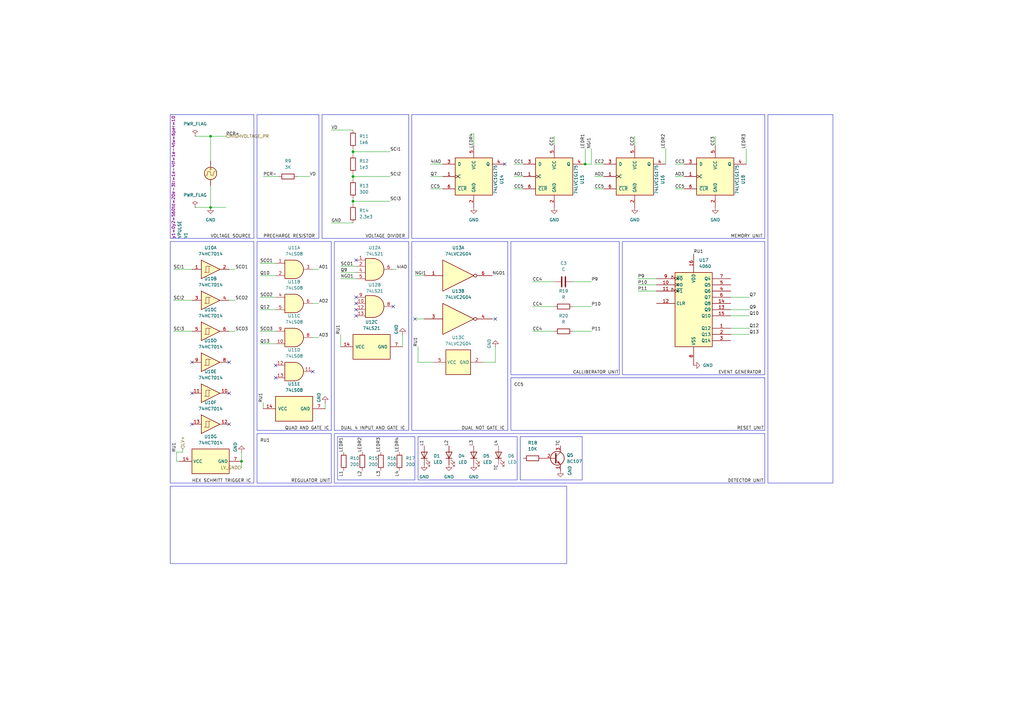
<source format=kicad_sch>
(kicad_sch (version 20231120) (generator "eeschema") (generator_version "8.0")
  (paper "A3")
  (lib_symbols
    (symbol "4xxx_IEEE:4060"
      (property "Reference" "U" (at 6.35 16.51 0))
      (property "Value" "4060" (at 6.35 -16.51 0))
      (symbol "4060_1_0"
        (pin output line (at 15.24 -7.62 180) (length 7.62) (name "Q12") (number "1"))
        (pin input clock (at -15.24 10.16 0) (length 7.62) (name "Φ0") (number "10"))
        (pin input clock_low (at -15.24 7.62 0) (length 7.62) (name "~{Φ1}") (number "11"))
        (pin input line (at -15.24 2.54 0) (length 7.62) (name "CLR") (number "12"))
        (pin output line (at 15.24 0 180) (length 7.62) (name "Q9") (number "13"))
        (pin output line (at 15.24 2.54 180) (length 7.62) (name "Q8") (number "14"))
        (pin output line (at 15.24 -2.54 180) (length 7.62) (name "Q10") (number "15"))
        (pin power_in line (at 0 22.86 270) (length 7.62) (name "VDD") (number "16"))
        (pin output line (at 15.24 -10.16 180) (length 7.62) (name "Q13") (number "2"))
        (pin output line (at 15.24 -12.7 180) (length 7.62) (name "Q14") (number "3"))
        (pin output line (at 15.24 7.62 180) (length 7.62) (name "Q6") (number "4"))
        (pin output line (at 15.24 10.16 180) (length 7.62) (name "Q5") (number "5"))
        (pin output line (at 15.24 5.08 180) (length 7.62) (name "Q7") (number "6"))
        (pin output line (at 15.24 12.7 180) (length 7.62) (name "Q4") (number "7"))
        (pin power_in line (at 0 -22.86 90) (length 7.62) (name "VSS") (number "8"))
        (pin input clock_low (at -15.24 12.7 0) (length 7.62) (name "~{Φ0}") (number "9"))
      )
      (symbol "4060_1_1"
        (rectangle (start -7.62 15.24) (end 7.62 -15.24) (stroke (width 0.254)) (fill (type background)))
      )
    )
    (symbol "74xGxx:74LVC1G175" (pin_names (offset 1.016))
      (property "Reference" "U" (at -5.08 10.16 0))
      (property "Value" "74LVC1G175" (at 10.16 -10.16 0))
      (symbol "74LVC1G175_0_1"
        (rectangle (start -7.62 7.62) (end 7.62 -7.62) (stroke (width 0.254)) (fill (type background)))
      )
      (symbol "74LVC1G175_1_1"
        (pin input clock (at -12.7 0 0) (length 5.08) (name "C") (number "1"))
        (pin power_in line (at 0 -12.7 90) (length 5.08) (name "GND") (number "2"))
        (pin input line (at -12.7 5.08 0) (length 5.08) (name "D") (number "3"))
        (pin output line (at 12.7 5.08 180) (length 5.08) (name "Q") (number "4"))
        (pin power_in line (at 0 12.7 270) (length 5.08) (name "VCC") (number "5"))
        (pin input line (at -12.7 -5.08 0) (length 5.08) (name "~{CLR}") (number "6"))
      )
    )
    (symbol "74xGxx:74LVC2G04"
      (property "Reference" "U" (at 0 7.62 0))
      (property "Value" "74LVC2G04" (at 2.54 -7.62 0))
      (symbol "74LVC2G04_1_1"
        (polyline (pts (xy -7.62 6.35) (xy -7.62 -6.35) (xy 5.08 0) (xy -7.62 6.35)) (stroke (width 0.254)) (fill (type background)))
        (pin input line (at -15.24 0 0) (length 7.62) (name "~") (number "1"))
        (pin output inverted (at 12.7 0 180) (length 7.62) (name "~") (number "6"))
      )
      (symbol "74LVC2G04_2_1"
        (polyline (pts (xy -7.62 6.35) (xy -7.62 -6.35) (xy 5.08 0) (xy -7.62 6.35)) (stroke (width 0.254)) (fill (type background)))
        (pin input line (at -15.24 0 0) (length 7.62) (name "~") (number "3"))
        (pin output inverted (at 12.7 0 180) (length 7.62) (name "~") (number "4"))
      )
      (symbol "74LVC2G04_3_0"
        (rectangle (start -5.08 -5.08) (end 5.08 5.08) (stroke (width 0.254)) (fill (type background)))
      )
      (symbol "74LVC2G04_3_1"
        (pin power_in line (at 0 -10.16 90) (length 5.08) (name "GND") (number "2"))
        (pin power_in line (at 0 10.16 270) (length 5.08) (name "VCC") (number "5"))
      )
    )
    (symbol "74xx:74HC7014"
      (property "Reference" "U" (at 0 1.27 0))
      (property "Value" "74HC7014" (at 0 -1.27 0))
      (symbol "74HC7014_1_1"
        (polyline (pts (xy -1.905 -1.27) (xy -1.905 1.27) (xy -0.635 1.27)))
        (polyline (pts (xy -3.81 3.81) (xy -3.81 -3.81) (xy 3.81 0) (xy -3.81 3.81)) (stroke (width 0.254)) (fill (type background)))
        (polyline (pts (xy -2.54 -1.27) (xy -0.635 -1.27) (xy -0.635 1.27) (xy 0 1.27)))
        (pin input line (at -7.62 0 0) (length 3.81) (name "~") (number "1"))
        (pin output line (at 7.62 0 180) (length 3.81) (name "~") (number "2"))
      )
      (symbol "74HC7014_2_1"
        (polyline (pts (xy -1.905 -1.27) (xy -1.905 1.27) (xy -0.635 1.27)))
        (polyline (pts (xy -3.81 3.81) (xy -3.81 -3.81) (xy 3.81 0) (xy -3.81 3.81)) (stroke (width 0.254)) (fill (type background)))
        (polyline (pts (xy -2.54 -1.27) (xy -0.635 -1.27) (xy -0.635 1.27) (xy 0 1.27)))
        (pin input line (at -7.62 0 0) (length 3.81) (name "~") (number "3"))
        (pin output line (at 7.62 0 180) (length 3.81) (name "~") (number "4"))
      )
      (symbol "74HC7014_3_1"
        (polyline (pts (xy -1.905 -1.27) (xy -1.905 1.27) (xy -0.635 1.27)))
        (polyline (pts (xy -3.81 3.81) (xy -3.81 -3.81) (xy 3.81 0) (xy -3.81 3.81)) (stroke (width 0.254)) (fill (type background)))
        (polyline (pts (xy -2.54 -1.27) (xy -0.635 -1.27) (xy -0.635 1.27) (xy 0 1.27)))
        (pin input line (at -7.62 0 0) (length 3.81) (name "~") (number "5"))
        (pin output line (at 7.62 0 180) (length 3.81) (name "~") (number "6"))
      )
      (symbol "74HC7014_4_1"
        (polyline (pts (xy -1.905 -1.27) (xy -1.905 1.27) (xy -0.635 1.27)))
        (polyline (pts (xy -3.81 3.81) (xy -3.81 -3.81) (xy 3.81 0) (xy -3.81 3.81)) (stroke (width 0.254)) (fill (type background)))
        (polyline (pts (xy -2.54 -1.27) (xy -0.635 -1.27) (xy -0.635 1.27) (xy 0 1.27)))
        (pin output line (at 7.62 0 180) (length 3.81) (name "~") (number "8"))
        (pin input line (at -7.62 0 0) (length 3.81) (name "~") (number "9"))
      )
      (symbol "74HC7014_5_1"
        (polyline (pts (xy -1.905 -1.27) (xy -1.905 1.27) (xy -0.635 1.27)))
        (polyline (pts (xy -3.81 3.81) (xy -3.81 -3.81) (xy 3.81 0) (xy -3.81 3.81)) (stroke (width 0.254)) (fill (type background)))
        (polyline (pts (xy -2.54 -1.27) (xy -0.635 -1.27) (xy -0.635 1.27) (xy 0 1.27)))
        (pin output line (at 7.62 0 180) (length 3.81) (name "~") (number "10"))
        (pin input line (at -7.62 0 0) (length 3.81) (name "~") (number "11"))
      )
      (symbol "74HC7014_6_1"
        (polyline (pts (xy -1.905 -1.27) (xy -1.905 1.27) (xy -0.635 1.27)))
        (polyline (pts (xy -3.81 3.81) (xy -3.81 -3.81) (xy 3.81 0) (xy -3.81 3.81)) (stroke (width 0.254)) (fill (type background)))
        (polyline (pts (xy -2.54 -1.27) (xy -0.635 -1.27) (xy -0.635 1.27) (xy 0 1.27)))
        (pin output line (at 7.62 0 180) (length 3.81) (name "~") (number "12"))
        (pin input line (at -7.62 0 0) (length 3.81) (name "~") (number "13"))
      )
      (symbol "74HC7014_7_1"
        (rectangle (start -5.08 7.62) (end 5.08 -7.62) (stroke (width 0.254)) (fill (type background)))
        (pin power_in line (at 0 12.7 270) (length 5.08) (name "VCC") (number "14"))
        (pin power_in line (at 0 -12.7 90) (length 5.08) (name "GND") (number "7"))
      )
    )
    (symbol "74xx:74LS08" (pin_names (offset 1.016))
      (property "Reference" "U" (at 0 1.27 0))
      (property "Value" "74LS08" (at 0 -1.27 0))
      (symbol "74LS08_1_1"
        (arc (start 0 -3.81) (mid 3.7934 0) (end 0 3.81) (stroke (width 0.254)) (fill (type background)))
        (polyline (pts (xy 0 3.81) (xy -3.81 3.81) (xy -3.81 -3.81) (xy 0 -3.81)) (stroke (width 0.254)) (fill (type background)))
        (pin input line (at -7.62 2.54 0) (length 3.81) (name "~") (number "1"))
        (pin input line (at -7.62 -2.54 0) (length 3.81) (name "~") (number "2"))
        (pin output line (at 7.62 0 180) (length 3.81) (name "~") (number "3"))
      )
      (symbol "74LS08_1_2"
        (arc (start -3.81 -3.81) (mid -2.589 0) (end -3.81 3.81) (stroke (width 0.254)))
        (arc (start -0.6096 -3.81) (mid 2.1842 -2.5851) (end 3.81 0) (stroke (width 0.254)) (fill (type background)))
        (polyline (pts (xy -3.81 -3.81) (xy -0.635 -3.81)) (stroke (width 0.254)) (fill (type background)))
        (polyline (pts (xy -3.81 3.81) (xy -0.635 3.81)) (stroke (width 0.254)) (fill (type background)))
        (polyline (pts (xy -0.635 3.81) (xy -3.81 3.81) (xy -3.81 3.81) (xy -3.556 3.4036) (xy -3.0226 2.2606) (xy -2.6924 1.0414) (xy -2.6162 -0.254) (xy -2.7686 -1.4986) (xy -3.175 -2.7178) (xy -3.81 -3.81) (xy -3.81 -3.81) (xy -0.635 -3.81)) (stroke (width -25.4)) (fill (type background)))
        (arc (start 3.81 0) (mid 2.1915 2.5936) (end -0.6096 3.81) (stroke (width 0.254)) (fill (type background)))
        (pin input inverted (at -7.62 2.54 0) (length 4.318) (name "~") (number "1"))
        (pin input inverted (at -7.62 -2.54 0) (length 4.318) (name "~") (number "2"))
        (pin output inverted (at 7.62 0 180) (length 3.81) (name "~") (number "3"))
      )
      (symbol "74LS08_2_1"
        (arc (start 0 -3.81) (mid 3.7934 0) (end 0 3.81) (stroke (width 0.254)) (fill (type background)))
        (polyline (pts (xy 0 3.81) (xy -3.81 3.81) (xy -3.81 -3.81) (xy 0 -3.81)) (stroke (width 0.254)) (fill (type background)))
        (pin input line (at -7.62 2.54 0) (length 3.81) (name "~") (number "4"))
        (pin input line (at -7.62 -2.54 0) (length 3.81) (name "~") (number "5"))
        (pin output line (at 7.62 0 180) (length 3.81) (name "~") (number "6"))
      )
      (symbol "74LS08_2_2"
        (arc (start -3.81 -3.81) (mid -2.589 0) (end -3.81 3.81) (stroke (width 0.254)))
        (arc (start -0.6096 -3.81) (mid 2.1842 -2.5851) (end 3.81 0) (stroke (width 0.254)) (fill (type background)))
        (polyline (pts (xy -3.81 -3.81) (xy -0.635 -3.81)) (stroke (width 0.254)) (fill (type background)))
        (polyline (pts (xy -3.81 3.81) (xy -0.635 3.81)) (stroke (width 0.254)) (fill (type background)))
        (polyline (pts (xy -0.635 3.81) (xy -3.81 3.81) (xy -3.81 3.81) (xy -3.556 3.4036) (xy -3.0226 2.2606) (xy -2.6924 1.0414) (xy -2.6162 -0.254) (xy -2.7686 -1.4986) (xy -3.175 -2.7178) (xy -3.81 -3.81) (xy -3.81 -3.81) (xy -0.635 -3.81)) (stroke (width -25.4)) (fill (type background)))
        (arc (start 3.81 0) (mid 2.1915 2.5936) (end -0.6096 3.81) (stroke (width 0.254)) (fill (type background)))
        (pin input inverted (at -7.62 2.54 0) (length 4.318) (name "~") (number "4"))
        (pin input inverted (at -7.62 -2.54 0) (length 4.318) (name "~") (number "5"))
        (pin output inverted (at 7.62 0 180) (length 3.81) (name "~") (number "6"))
      )
      (symbol "74LS08_3_1"
        (arc (start 0 -3.81) (mid 3.7934 0) (end 0 3.81) (stroke (width 0.254)) (fill (type background)))
        (polyline (pts (xy 0 3.81) (xy -3.81 3.81) (xy -3.81 -3.81) (xy 0 -3.81)) (stroke (width 0.254)) (fill (type background)))
        (pin input line (at -7.62 -2.54 0) (length 3.81) (name "~") (number "10"))
        (pin output line (at 7.62 0 180) (length 3.81) (name "~") (number "8"))
        (pin input line (at -7.62 2.54 0) (length 3.81) (name "~") (number "9"))
      )
      (symbol "74LS08_3_2"
        (arc (start -3.81 -3.81) (mid -2.589 0) (end -3.81 3.81) (stroke (width 0.254)))
        (arc (start -0.6096 -3.81) (mid 2.1842 -2.5851) (end 3.81 0) (stroke (width 0.254)) (fill (type background)))
        (polyline (pts (xy -3.81 -3.81) (xy -0.635 -3.81)) (stroke (width 0.254)) (fill (type background)))
        (polyline (pts (xy -3.81 3.81) (xy -0.635 3.81)) (stroke (width 0.254)) (fill (type background)))
        (polyline (pts (xy -0.635 3.81) (xy -3.81 3.81) (xy -3.81 3.81) (xy -3.556 3.4036) (xy -3.0226 2.2606) (xy -2.6924 1.0414) (xy -2.6162 -0.254) (xy -2.7686 -1.4986) (xy -3.175 -2.7178) (xy -3.81 -3.81) (xy -3.81 -3.81) (xy -0.635 -3.81)) (stroke (width -25.4)) (fill (type background)))
        (arc (start 3.81 0) (mid 2.1915 2.5936) (end -0.6096 3.81) (stroke (width 0.254)) (fill (type background)))
        (pin input inverted (at -7.62 -2.54 0) (length 4.318) (name "~") (number "10"))
        (pin output inverted (at 7.62 0 180) (length 3.81) (name "~") (number "8"))
        (pin input inverted (at -7.62 2.54 0) (length 4.318) (name "~") (number "9"))
      )
      (symbol "74LS08_4_1"
        (arc (start 0 -3.81) (mid 3.7934 0) (end 0 3.81) (stroke (width 0.254)) (fill (type background)))
        (polyline (pts (xy 0 3.81) (xy -3.81 3.81) (xy -3.81 -3.81) (xy 0 -3.81)) (stroke (width 0.254)) (fill (type background)))
        (pin output line (at 7.62 0 180) (length 3.81) (name "~") (number "11"))
        (pin input line (at -7.62 2.54 0) (length 3.81) (name "~") (number "12"))
        (pin input line (at -7.62 -2.54 0) (length 3.81) (name "~") (number "13"))
      )
      (symbol "74LS08_4_2"
        (arc (start -3.81 -3.81) (mid -2.589 0) (end -3.81 3.81) (stroke (width 0.254)))
        (arc (start -0.6096 -3.81) (mid 2.1842 -2.5851) (end 3.81 0) (stroke (width 0.254)) (fill (type background)))
        (polyline (pts (xy -3.81 -3.81) (xy -0.635 -3.81)) (stroke (width 0.254)) (fill (type background)))
        (polyline (pts (xy -3.81 3.81) (xy -0.635 3.81)) (stroke (width 0.254)) (fill (type background)))
        (polyline (pts (xy -0.635 3.81) (xy -3.81 3.81) (xy -3.81 3.81) (xy -3.556 3.4036) (xy -3.0226 2.2606) (xy -2.6924 1.0414) (xy -2.6162 -0.254) (xy -2.7686 -1.4986) (xy -3.175 -2.7178) (xy -3.81 -3.81) (xy -3.81 -3.81) (xy -0.635 -3.81)) (stroke (width -25.4)) (fill (type background)))
        (arc (start 3.81 0) (mid 2.1915 2.5936) (end -0.6096 3.81) (stroke (width 0.254)) (fill (type background)))
        (pin output inverted (at 7.62 0 180) (length 3.81) (name "~") (number "11"))
        (pin input inverted (at -7.62 2.54 0) (length 4.318) (name "~") (number "12"))
        (pin input inverted (at -7.62 -2.54 0) (length 4.318) (name "~") (number "13"))
      )
      (symbol "74LS08_5_0"
        (pin power_in line (at 0 12.7 270) (length 5.08) (name "VCC") (number "14"))
        (pin power_in line (at 0 -12.7 90) (length 5.08) (name "GND") (number "7"))
      )
      (symbol "74LS08_5_1"
        (rectangle (start -5.08 7.62) (end 5.08 -7.62) (stroke (width 0.254)) (fill (type background)))
      )
    )
    (symbol "74xx:74LS21" (pin_names (offset 1.016))
      (property "Reference" "U" (at 0 1.27 0))
      (property "Value" "74LS21" (at 0 -1.27 0))
      (symbol "74LS21_1_1"
        (arc (start -0.635 -4.445) (mid 3.7907 0) (end -0.635 4.445) (stroke (width 0.254)) (fill (type background)))
        (polyline (pts (xy -0.635 4.445) (xy -3.81 4.445) (xy -3.81 -4.445) (xy -0.635 -4.445)) (stroke (width 0.254)) (fill (type background)))
        (pin input line (at -7.62 3.81 0) (length 3.81) (name "~") (number "1"))
        (pin input line (at -7.62 1.27 0) (length 3.81) (name "~") (number "2"))
        (pin input line (at -7.62 -1.27 0) (length 3.81) (name "~") (number "4"))
        (pin input line (at -7.62 -3.81 0) (length 3.81) (name "~") (number "5"))
        (pin output line (at 7.62 0 180) (length 3.81) (name "~") (number "6"))
      )
      (symbol "74LS21_1_2"
        (arc (start -3.81 -4.445) (mid -2.5908 0) (end -3.81 4.445) (stroke (width 0.254)))
        (arc (start -0.6096 -4.445) (mid 2.2246 -2.8422) (end 3.81 0) (stroke (width 0.254)) (fill (type background)))
        (polyline (pts (xy -3.81 -4.445) (xy -0.635 -4.445)) (stroke (width 0.254)) (fill (type background)))
        (polyline (pts (xy -3.81 4.445) (xy -0.635 4.445)) (stroke (width 0.254)) (fill (type background)))
        (polyline (pts (xy -0.635 4.445) (xy -3.81 4.445) (xy -3.81 4.445) (xy -3.6322 4.0894) (xy -3.0988 2.921) (xy -2.7686 1.6764) (xy -2.6162 0.4318) (xy -2.6416 -0.8636) (xy -2.8702 -2.1082) (xy -3.2512 -3.3274) (xy -3.81 -4.445) (xy -3.81 -4.445) (xy -0.635 -4.445)) (stroke (width -25.4)) (fill (type background)))
        (arc (start 3.81 0) (mid 2.2204 2.8379) (end -0.6096 4.445) (stroke (width 0.254)) (fill (type background)))
        (pin input inverted (at -7.62 3.81 0) (length 3.81) (name "~") (number "1"))
        (pin input inverted (at -7.62 1.27 0) (length 4.826) (name "~") (number "2"))
        (pin input inverted (at -7.62 -1.27 0) (length 4.826) (name "~") (number "4"))
        (pin input inverted (at -7.62 -3.81 0) (length 3.81) (name "~") (number "5"))
        (pin output inverted (at 7.62 0 180) (length 3.81) (name "~") (number "6"))
      )
      (symbol "74LS21_2_1"
        (arc (start -0.635 -4.445) (mid 3.7907 0) (end -0.635 4.445) (stroke (width 0.254)) (fill (type background)))
        (polyline (pts (xy -0.635 4.445) (xy -3.81 4.445) (xy -3.81 -4.445) (xy -0.635 -4.445)) (stroke (width 0.254)) (fill (type background)))
        (pin input line (at -7.62 1.27 0) (length 3.81) (name "~") (number "10"))
        (pin input line (at -7.62 -1.27 0) (length 3.81) (name "~") (number "12"))
        (pin input line (at -7.62 -3.81 0) (length 3.81) (name "~") (number "13"))
        (pin output line (at 7.62 0 180) (length 3.81) (name "~") (number "8"))
        (pin input line (at -7.62 3.81 0) (length 3.81) (name "~") (number "9"))
      )
      (symbol "74LS21_2_2"
        (arc (start -3.81 -4.445) (mid -2.5908 0) (end -3.81 4.445) (stroke (width 0.254)))
        (arc (start -0.6096 -4.445) (mid 2.2246 -2.8422) (end 3.81 0) (stroke (width 0.254)) (fill (type background)))
        (polyline (pts (xy -3.81 -4.445) (xy -0.635 -4.445)) (stroke (width 0.254)) (fill (type background)))
        (polyline (pts (xy -3.81 4.445) (xy -0.635 4.445)) (stroke (width 0.254)) (fill (type background)))
        (polyline (pts (xy -0.635 4.445) (xy -3.81 4.445) (xy -3.81 4.445) (xy -3.6322 4.0894) (xy -3.0988 2.921) (xy -2.7686 1.6764) (xy -2.6162 0.4318) (xy -2.6416 -0.8636) (xy -2.8702 -2.1082) (xy -3.2512 -3.3274) (xy -3.81 -4.445) (xy -3.81 -4.445) (xy -0.635 -4.445)) (stroke (width -25.4)) (fill (type background)))
        (arc (start 3.81 0) (mid 2.2204 2.8379) (end -0.6096 4.445) (stroke (width 0.254)) (fill (type background)))
        (pin input inverted (at -7.62 1.27 0) (length 4.826) (name "~") (number "10"))
        (pin input inverted (at -7.62 -1.27 0) (length 4.826) (name "~") (number "12"))
        (pin input inverted (at -7.62 -3.81 0) (length 3.81) (name "~") (number "13"))
        (pin output inverted (at 7.62 0 180) (length 3.81) (name "~") (number "8"))
        (pin input inverted (at -7.62 3.81 0) (length 3.81) (name "~") (number "9"))
      )
      (symbol "74LS21_3_0"
        (pin power_in line (at 0 12.7 270) (length 5.08) (name "VCC") (number "14"))
        (pin power_in line (at 0 -12.7 90) (length 5.08) (name "GND") (number "7"))
      )
      (symbol "74LS21_3_1"
        (rectangle (start -5.08 7.62) (end 5.08 -7.62) (stroke (width 0.254)) (fill (type background)))
      )
    )
    (symbol "Device:C" (pin_numbers hide) (pin_names (offset 0.254))
      (property "Reference" "C" (at 0.635 2.54 0))
      (property "Value" "C" (at 0.635 -2.54 0))
      (symbol "C_0_1"
        (polyline (pts (xy -2.032 -0.762) (xy 2.032 -0.762)) (stroke (width 0.508)))
        (polyline (pts (xy -2.032 0.762) (xy 2.032 0.762)) (stroke (width 0.508)))
      )
      (symbol "C_1_1"
        (pin passive line (at 0 3.81 270) (length 2.794) (name "~") (number "1"))
        (pin passive line (at 0 -3.81 90) (length 2.794) (name "~") (number "2"))
      )
    )
    (symbol "Device:LED" (pin_numbers hide) (pin_names (offset 1.016) hide)
      (property "Reference" "D" (at 0 2.54 0))
      (property "Value" "LED" (at 0 -2.54 0))
      (symbol "LED_0_1"
        (polyline (pts (xy -1.27 -1.27) (xy -1.27 1.27)) (stroke (width 0.254)))
        (polyline (pts (xy -1.27 0) (xy 1.27 0)))
        (polyline (pts (xy 1.27 -1.27) (xy 1.27 1.27) (xy -1.27 0) (xy 1.27 -1.27)) (stroke (width 0.254)))
        (polyline (pts (xy -3.048 -0.762) (xy -4.572 -2.286) (xy -3.81 -2.286) (xy -4.572 -2.286) (xy -4.572 -1.524)))
        (polyline (pts (xy -1.778 -0.762) (xy -3.302 -2.286) (xy -2.54 -2.286) (xy -3.302 -2.286) (xy -3.302 -1.524)))
      )
      (symbol "LED_1_1"
        (pin passive line (at -3.81 0 0) (length 2.54) (name "K") (number "1"))
        (pin passive line (at 3.81 0 180) (length 2.54) (name "A") (number "2"))
      )
    )
    (symbol "Device:R" (pin_numbers hide) (pin_names (offset 0))
      (property "Reference" "R" (at 2.032 0 90))
      (property "Value" "R" (at 0 0 90))
      (symbol "R_0_1"
        (rectangle (start -1.016 -2.54) (end 1.016 2.54) (stroke (width 0.254)))
      )
      (symbol "R_1_1"
        (pin passive line (at 0 3.81 270) (length 1.27) (name "~") (number "1"))
        (pin passive line (at 0 -3.81 90) (length 1.27) (name "~") (number "2"))
      )
    )
    (symbol "Simulation_SPICE:VPULSE" (pin_numbers hide) (pin_names (offset 0.0254))
      (property "Reference" "V" (at 2.54 2.54 0))
      (property "Value" "VPULSE" (at 2.54 0 0))
      (property "Sim.Params" "y1=0 y2=1 td=2n tr=2n tf=2n tw=50n per=100n" (at 2.54 -2.54 0))
      (symbol "VPULSE_0_0"
        (polyline (pts (xy -2.032 -0.762) (xy -1.397 -0.762) (xy -1.143 0.762) (xy -0.127 0.762) (xy 0.127 -0.762) (xy 1.143 -0.762) (xy 1.397 0.762) (xy 2.032 0.762)))
        (text "+" (at 0 1.905 0) (effects (font (size 1.27 1.27))))
      )
      (symbol "VPULSE_0_1"
        (circle (center 0 0) (radius 2.54) (stroke (width 0.254)) (fill (type background)))
      )
      (symbol "VPULSE_1_1"
        (pin passive line (at 0 5.08 270) (length 2.54) (name "~") (number "1"))
        (pin passive line (at 0 -5.08 90) (length 2.54) (name "~") (number "2"))
      )
    )
    (symbol "Transistor_BJT:BC107" (pin_names (offset 0) hide)
      (property "Reference" "Q" (at 5.08 1.905 0))
      (property "Value" "BC107" (at 5.08 0 0))
      (symbol "BC107_0_1"
        (polyline (pts (xy 0.635 0.635) (xy 2.54 2.54)))
        (polyline (pts (xy 0.635 -0.635) (xy 2.54 -2.54) (xy 2.54 -2.54)))
        (polyline (pts (xy 0.635 1.905) (xy 0.635 -1.905) (xy 0.635 -1.905)) (stroke (width 0.508)))
        (polyline (pts (xy 1.27 -1.778) (xy 1.778 -1.27) (xy 2.286 -2.286) (xy 1.27 -1.778) (xy 1.27 -1.778)) (fill (type outline)))
        (circle (center 1.27 0) (radius 2.8194) (stroke (width 0.254)))
      )
      (symbol "BC107_1_1"
        (pin passive line (at 2.54 -5.08 90) (length 2.54) (name "E") (number "1"))
        (pin input line (at -5.08 0 0) (length 5.715) (name "B") (number "2"))
        (pin passive line (at 2.54 5.08 270) (length 2.54) (name "C") (number "3"))
      )
    )
    (symbol "power:GND" (power) (pin_numbers hide) (pin_names (offset 0) hide)
      (property "Value" "GND" (at 0 -3.81 0))
      (symbol "GND_0_1"
        (polyline (pts (xy 0 0) (xy 0 -1.27) (xy 1.27 -1.27) (xy 0 -2.54) (xy -1.27 -1.27) (xy 0 -1.27)))
      )
      (symbol "GND_1_1"
        (pin power_in line (at 0 0 270) (length 0) (name "~") (number "1"))
      )
    )
    (symbol "power:PWR_FLAG" (power) (pin_numbers hide) (pin_names (offset 0) hide)
      (property "Value" "PWR_FLAG" (at 0 3.81 0))
      (symbol "PWR_FLAG_0_0"
        (pin power_out line (at 0 0 90) (length 0) (name "~") (number "1"))
      )
      (symbol "PWR_FLAG_0_1"
        (polyline (pts (xy 0 0) (xy 0 1.27) (xy -1.016 1.905) (xy 0 2.54) (xy 1.016 1.905) (xy 0 1.27)))
      )
    )
  )
  (junction (at 99.06 189.23))
  (junction (at 144.78 82.55))
  (junction (at 144.78 72.39))
  (junction (at 86.36 55.88))
  (junction (at 144.78 62.23))
  (junction (at 86.36 85.09))
  (junction (at 240.03 67.31))
  (no_connect (at 78.74 173.99))
  (no_connect (at 93.98 173.99))
  (no_connect (at 113.03 149.86))
  (no_connect (at 170.18 130.81))
  (no_connect (at 161.29 125.73))
  (no_connect (at 93.98 161.29))
  (no_connect (at 146.05 129.54))
  (no_connect (at 93.98 148.59))
  (no_connect (at 203.2 130.81))
  (no_connect (at 113.03 154.94))
  (no_connect (at 146.05 121.92))
  (no_connect (at 146.05 124.46))
  (no_connect (at 146.05 106.68))
  (no_connect (at 78.74 161.29))
  (no_connect (at 78.74 148.59))
  (no_connect (at 128.27 152.4))
  (no_connect (at 146.05 127))
  (no_connect (at 207.01 67.31))
  (wire (pts (xy 128.27 138.43) (xy 130.81 138.43)))
  (wire (pts (xy 276.86 72.39) (xy 280.67 72.39)))
  (wire (pts (xy 234.95 115.57) (xy 242.57 115.57)))
  (wire (pts (xy 176.53 77.47) (xy 181.61 77.47)))
  (wire (pts (xy 273.05 60.96) (xy 273.05 67.31)))
  (wire (pts (xy 198.12 148.59) (xy 203.2 148.59)))
  (wire (pts (xy 107.95 165.1) (xy 107.95 167.64)))
  (wire (pts (xy 128.27 124.46) (xy 130.81 124.46)))
  (wire (pts (xy 299.72 121.92) (xy 307.34 121.92)))
  (wire (pts (xy 80.01 55.88) (xy 86.36 55.88)))
  (wire (pts (xy 165.1 137.16) (xy 165.1 142.24)))
  (wire (pts (xy 133.35 165.1) (xy 133.35 167.64)))
  (wire (pts (xy 234.95 125.73) (xy 242.57 125.73)))
  (wire (pts (xy 234.95 135.89) (xy 242.57 135.89)))
  (wire (pts (xy 86.36 55.88) (xy 92.71 55.88)))
  (wire (pts (xy 144.78 72.39) (xy 160.02 72.39)))
  (wire (pts (xy 276.86 67.31) (xy 280.67 67.31)))
  (wire (pts (xy 86.36 55.88) (xy 86.36 66.04)))
  (wire (pts (xy 306.07 60.96) (xy 306.07 67.31)))
  (wire (pts (xy 144.78 62.23) (xy 144.78 63.5)))
  (wire (pts (xy 261.62 119.38) (xy 269.24 119.38)))
  (wire (pts (xy 144.78 82.55) (xy 144.78 83.82)))
  (wire (pts (xy 293.37 55.88) (xy 293.37 59.69)))
  (wire (pts (xy 106.68 140.97) (xy 113.03 140.97)))
  (wire (pts (xy 171.45 148.59) (xy 177.8 148.59)))
  (wire (pts (xy 299.72 127) (xy 307.34 127)))
  (wire (pts (xy 176.53 72.39) (xy 181.61 72.39)))
  (wire (pts (xy 299.72 137.16) (xy 307.34 137.16)))
  (wire (pts (xy 144.78 82.55) (xy 160.02 82.55)))
  (wire (pts (xy 194.31 54.61) (xy 194.31 59.69)))
  (wire (pts (xy 299.72 129.54) (xy 307.34 129.54)))
  (wire (pts (xy 80.01 85.09) (xy 86.36 85.09)))
  (wire (pts (xy 276.86 77.47) (xy 280.67 77.47)))
  (wire (pts (xy 144.78 62.23) (xy 160.02 62.23)))
  (wire (pts (xy 86.36 76.2) (xy 86.36 85.09)))
  (wire (pts (xy 139.7 111.76) (xy 146.05 111.76)))
  (wire (pts (xy 135.89 91.44) (xy 144.78 91.44)))
  (wire (pts (xy 128.27 110.49) (xy 130.81 110.49)))
  (wire (pts (xy 260.35 55.88) (xy 260.35 59.69)))
  (wire (pts (xy 139.7 114.3) (xy 146.05 114.3)))
  (wire (pts (xy 99.06 185.42) (xy 99.06 189.23)))
  (wire (pts (xy 210.82 77.47) (xy 214.63 77.47)))
  (wire (pts (xy 72.39 185.42) (xy 74.93 185.42)))
  (wire (pts (xy 106.68 127) (xy 113.03 127)))
  (wire (pts (xy 107.95 72.39) (xy 114.3 72.39)))
  (wire (pts (xy 71.12 123.19) (xy 78.74 123.19)))
  (wire (pts (xy 227.33 125.73) (xy 218.44 125.73)))
  (wire (pts (xy 93.98 135.89) (xy 96.52 135.89)))
  (wire (pts (xy 240.03 67.31) (xy 240.03 60.96)))
  (wire (pts (xy 144.78 60.96) (xy 144.78 62.23)))
  (wire (pts (xy 243.84 77.47) (xy 247.65 77.47)))
  (wire (pts (xy 106.68 121.92) (xy 113.03 121.92)))
  (wire (pts (xy 71.12 110.49) (xy 78.74 110.49)))
  (wire (pts (xy 139.7 109.22) (xy 146.05 109.22)))
  (wire (pts (xy 93.98 123.19) (xy 96.52 123.19)))
  (wire (pts (xy 135.89 53.34) (xy 144.78 53.34)))
  (wire (pts (xy 144.78 71.12) (xy 144.78 72.39)))
  (wire (pts (xy 240.03 67.31) (xy 242.57 67.31)))
  (wire (pts (xy 227.33 55.88) (xy 227.33 59.69)))
  (wire (pts (xy 242.57 60.96) (xy 242.57 67.31)))
  (wire (pts (xy 176.53 67.31) (xy 181.61 67.31)))
  (wire (pts (xy 72.39 189.23) (xy 73.66 189.23)))
  (wire (pts (xy 72.39 185.42) (xy 72.39 189.23)))
  (wire (pts (xy 218.44 115.57) (xy 227.33 115.57)))
  (wire (pts (xy 299.72 134.62) (xy 307.34 134.62)))
  (wire (pts (xy 121.92 72.39) (xy 127 72.39)))
  (wire (pts (xy 201.93 130.81) (xy 203.2 130.81)))
  (wire (pts (xy 261.62 116.84) (xy 269.24 116.84)))
  (wire (pts (xy 71.12 135.89) (xy 78.74 135.89)))
  (wire (pts (xy 210.82 72.39) (xy 214.63 72.39)))
  (wire (pts (xy 161.29 110.49) (xy 162.56 110.49)))
  (wire (pts (xy 261.62 114.3) (xy 269.24 114.3)))
  (wire (pts (xy 170.18 113.03) (xy 173.99 113.03)))
  (wire (pts (xy 144.78 72.39) (xy 144.78 73.66)))
  (wire (pts (xy 106.68 107.95) (xy 113.03 107.95)))
  (wire (pts (xy 139.7 137.16) (xy 139.7 142.24)))
  (wire (pts (xy 171.45 142.24) (xy 171.45 148.59)))
  (wire (pts (xy 170.18 130.81) (xy 173.99 130.81)))
  (wire (pts (xy 144.78 81.28) (xy 144.78 82.55)))
  (wire (pts (xy 203.2 142.24) (xy 203.2 148.59)))
  (wire (pts (xy 243.84 67.31) (xy 247.65 67.31)))
  (wire (pts (xy 218.44 135.89) (xy 227.33 135.89)))
  (wire (pts (xy 210.82 67.31) (xy 214.63 67.31)))
  (wire (pts (xy 93.98 110.49) (xy 96.52 110.49)))
  (wire (pts (xy 86.36 85.09) (xy 92.71 85.09)))
  (wire (pts (xy 74.93 185.42) (xy 74.93 184.15)))
  (wire (pts (xy 106.68 135.89) (xy 113.03 135.89)))
  (wire (pts (xy 106.68 113.03) (xy 113.03 113.03)))
  (wire (pts (xy 243.84 72.39) (xy 247.65 72.39)))
  (wire (pts (xy 99.06 189.23) (xy 99.06 191.77)))
  (rectangle (start 105.41 46.99) (end 130.81 97.79))
  (rectangle (start 138.43 179.07) (end 170.18 196.85))
  (rectangle (start 213.36 179.07) (end 238.76 196.85))
  (rectangle (start 209.55 99.06) (end 254 153.67))
  (rectangle (start 314.96 46.99) (end 341.63 198.12))
  (rectangle (start 69.85 99.06) (end 104.14 198.12))
  (rectangle (start 209.55 154.94) (end 313.69 176.53))
  (rectangle (start 168.91 46.99) (end 313.69 97.79))
  (rectangle (start 105.41 99.06) (end 135.89 176.53))
  (rectangle (start 170.18 105.41) (end 170.18 105.41))
  (rectangle (start 132.08 46.99) (end 167.64 97.79))
  (rectangle (start 137.16 99.06) (end 167.64 176.53))
  (rectangle (start 69.85 199.39) (end 232.41 231.14))
  (rectangle (start 69.85 46.99) (end 104.14 97.79))
  (rectangle (start 137.16 177.8) (end 313.69 198.12))
  (rectangle (start 255.27 99.06) (end 313.69 153.67))
  (rectangle (start 105.41 177.8) (end 135.89 198.12))
  (rectangle (start 171.45 179.07) (end 212.09 196.85))
  (rectangle (start 168.91 99.06) (end 208.28 176.53))
  (label "DETECTOR UNIT" (at 298.45 198.12 0))
  (label "PRECHARGE RESISTOR" (at 107.95 97.79 0))
  (label "CC3" (at 276.86 67.31 0))
  (label "RU1" (at 106.68 181.61 0))
  (label "AO1" (at 210.82 72.39 0))
  (label "QUAD AND GATE IC" (at 116.84 176.53 0))
  (label "P11" (at 242.57 135.89 0))
  (label "LEDR1" (at 240.03 60.96 90))
  (label "PCR-" (at 107.95 72.39 0))
  (label "EVENT GENERATOR" (at 294.64 153.67 0))
  (label "CC3" (at 293.37 55.88 270))
  (label "RU1" (at 139.7 137.16 90))
  (label "P9" (at 261.62 114.3 0))
  (label "LEDR2" (at 148.59 185.42 90))
  (label "Q7" (at 176.53 72.39 0))
  (label "NGI1" (at 170.18 113.03 0))
  (label "SCO3" (at 106.68 135.89 0))
  (label "L3" (at 194.31 182.88 90))
  (label "HEX SCHMITT TRIGGER IC" (at 78.74 198.12 0))
  (label "L1" (at 173.99 182.88 90))
  (label "L4" (at 204.47 182.88 90))
  (label "Q13" (at 307.34 137.16 0))
  (label "RU1" (at 284.48 104.14 0))
  (label "AO3" (at 276.86 72.39 0))
  (label "VD" (at 135.89 53.34 0))
  (label "DUAL 4 INPUT AND GATE IC" (at 139.7 176.53 0))
  (label "P10" (at 242.57 125.73 0))
  (label "AO3" (at 130.81 138.43 0))
  (label "TC" (at 229.87 182.88 90))
  (label "RU1" (at 72.39 185.42 90))
  (label "SCO1" (at 106.68 107.95 0))
  (label "CC1" (at 227.33 55.88 270))
  (label "LEDR4" (at 194.31 54.61 270))
  (label "CC5" (at 276.86 77.47 0))
  (label "NGO1" (at 201.93 113.03 0))
  (label "SCO1" (at 139.7 109.22 0))
  (label "Q13" (at 106.68 140.97 0))
  (label "Q9" (at 139.7 111.76 0))
  (label "Q7" (at 307.34 121.92 0))
  (label "VD" (at 127 72.39 0))
  (label "CC1" (at 210.82 67.31 0))
  (label "Q9" (at 307.34 127 0))
  (label "Q12" (at 106.68 127 0))
  (label "REGULATOR UNIT" (at 119.38 198.12 0))
  (label "SCI3" (at 160.02 82.55 0))
  (label "NGO1" (at 139.7 114.3 0))
  (label "CC5" (at 176.53 77.47 0))
  (label "LEDR3" (at 306.07 60.96 90))
  (label "Q10" (at 106.68 113.03 0))
  (label "AO2" (at 243.84 72.39 0))
  (label "SCO2" (at 96.52 123.19 0))
  (label "SCI2" (at 160.02 72.39 0))
  (label "LEDR1" (at 140.97 185.42 90))
  (label "CC5" (at 210.82 158.75 0))
  (label "L3" (at 156.21 193.04 270))
  (label "P10" (at 261.62 116.84 0))
  (label "SCO2" (at 106.68 121.92 0))
  (label "RU1" (at 171.45 142.24 90))
  (label "TC" (at 204.47 190.5 270))
  (label "4IAO" (at 176.53 67.31 0))
  (label "Q12" (at 307.34 134.62 0))
  (label "SCI2" (at 71.12 123.19 0))
  (label "CC4" (at 218.44 135.89 0))
  (label "NGI1" (at 242.57 60.96 90))
  (label "SCI1" (at 71.12 110.49 0))
  (label "AO1" (at 130.81 110.49 0))
  (label "CC5" (at 243.84 77.47 0))
  (label "SCI1" (at 160.02 62.23 0))
  (label "GND" (at 135.89 91.44 0))
  (label "LEDR2" (at 273.05 60.96 90))
  (label "VOLTAGE SOURCE" (at 86.36 97.79 0))
  (label "VOLTAGE DIVIDER" (at 149.86 97.79 0))
  (label "SCO3" (at 96.52 135.89 0))
  (label "LEDR3" (at 156.21 185.42 90))
  (label "4IAO" (at 162.56 110.49 0))
  (label "P11" (at 261.62 119.38 0))
  (label "P9" (at 242.57 115.57 0))
  (label "L2" (at 148.59 193.04 270))
  (label "Q10" (at 307.34 129.54 0))
  (label "AO2" (at 130.81 124.46 0))
  (label "PCR+" (at 92.71 55.88 0))
  (label "LEDR4" (at 163.83 185.42 90))
  (label "DUAL NOT GATE IC" (at 189.23 176.53 0))
  (label "MEMORY UNIT" (at 299.72 97.79 0))
  (label "RESET UNIT" (at 302.26 176.53 0))
  (label "RU1" (at 107.95 165.1 90))
  (label "CC2" (at 260.35 55.88 270))
  (label "L4" (at 163.83 193.04 270))
  (label "CC4" (at 218.44 115.57 0))
  (label "CC2" (at 243.84 67.31 0))
  (label "SCI3" (at 71.12 135.89 0))
  (label "L1" (at 140.97 193.04 270))
  (label "L2" (at 184.15 182.88 90))
  (label "SCO1" (at 96.52 110.49 0))
  (label "CC4" (at 218.44 125.73 0))
  (label "CC5" (at 210.82 77.47 0))
  (label "CALLIBERATOR UNIT" (at 234.95 153.67 0))
  (hierarchical_label "LV+" (shape input) (at 74.93 184.15 90))
  (hierarchical_label "LV_GND" (shape input) (at 99.06 191.77 180))
  (hierarchical_label "HIGHVOLTAGE_PR" (shape input) (at 92.71 55.88 0))
  (symbol (lib_id "Device:R") (at 231.14 135.89 90) (unit 1)
    (property "Reference" "R20" (at 231.14 129.54 90))
    (property "Value" "R" (at 231.14 132.08 90))
    (property "Description" "Resistor" (effects (hide yes)))
  )
  (symbol (lib_id "Device:R") (at 144.78 67.31 0) (unit 1)
    (property "Reference" "R12" (at 147.32 66.0399 0) (effects (justify left)))
    (property "Value" "1e3" (at 147.32 68.5799 0) (effects (justify left)))
    (property "Description" "Resistor" (effects (hide yes)))
  )
  (symbol (lib_id "74xGxx:74LVC2G04") (at 189.23 130.81 0) (unit 2)
    (property "Reference" "U13" (at 187.96 119.38 0))
    (property "Value" "74LVC2G04" (at 187.96 121.92 0))
    (property "Datasheet" "http://www.ti.com/lit/sg/scyt129e/scyt129e.pdf" (effects (hide yes)))
    (property "Description" "Dual NOT Gate, Low-Voltage CMOS" (effects (hide yes)))
  )
  (symbol (lib_id "power:GND") (at 86.36 85.09 0) (unit 1)
    (property "Reference" "#PWR037" (effects (hide yes)))
    (property "Value" "GND" (at 86.36 90.17 0))
    (property "Description" "Power symbol creates a global label with name \"GND\" , ground" (effects (hide yes)))
  )
  (symbol (lib_id "power:GND") (at 165.1 137.16 180) (unit 1)
    (property "Reference" "#PWR040" (effects (hide yes)))
    (property "Value" "GND" (at 162.56 137.16 90) (effects (justify right)))
    (property "Description" "Power symbol creates a global label with name \"GND\" , ground" (effects (hide yes)))
  )
  (symbol (lib_id "74xx:74LS08") (at 120.65 124.46 0) (unit 2)
    (property "Reference" "U11" (at 120.6417 115.57 0))
    (property "Value" "74LS08" (at 120.6417 118.11 0))
    (property "Datasheet" "http://www.ti.com/lit/gpn/sn74LS08" (effects (hide yes)))
    (property "Description" "Quad And2" (effects (hide yes)))
  )
  (symbol (lib_id "Device:R") (at 163.83 189.23 0) (unit 1)
    (property "Reference" "R17" (at 166.37 187.9599 0) (effects (justify left)))
    (property "Value" "200" (at 166.37 190.4999 0) (effects (justify left)))
    (property "Description" "Resistor" (effects (hide yes)))
  )
  (symbol (lib_id "74xx:74HC7014") (at 86.36 135.89 0) (unit 3)
    (property "Reference" "U10" (at 86.36 127 0))
    (property "Value" "74HC7014" (at 86.36 129.54 0))
    (property "Footprint" "Package_SO:SOIC-14_3.9x8.7mm_P1.27mm" (effects (hide yes)))
    (property "Datasheet" "https://assets.nexperia.com/documents/data-sheet/74HC7014.pdf" (effects (hide yes)))
    (property "Description" "Hex non-inverting buffer with precision Schmitt Trigger inputs, SOIC-14" (effects (hide yes)))
  )
  (symbol (lib_id "74xx:74LS21") (at 153.67 125.73 0) (unit 2)
    (property "Reference" "U12" (at 153.6603 116.84 0))
    (property "Value" "74LS21" (at 153.6603 119.38 0))
    (property "Datasheet" "http://www.ti.com/lit/gpn/sn74LS21" (effects (hide yes)))
    (property "Description" "Dual 4-input AND" (effects (hide yes)))
  )
  (symbol (lib_id "power:GND") (at 284.48 149.86 90) (unit 1)
    (property "Reference" "#PWR049" (effects (hide yes)))
    (property "Value" "GND" (at 288.29 149.8599 90) (effects (justify right)))
    (property "Description" "Power symbol creates a global label with name \"GND\" , ground" (effects (hide yes)))
  )
  (symbol (lib_id "74xx:74LS21") (at 152.4 142.24 90) (unit 3)
    (property "Reference" "U12" (at 152.4 132.08 90))
    (property "Value" "74LS21" (at 152.4 134.62 90))
    (property "Datasheet" "http://www.ti.com/lit/gpn/sn74LS21" (effects (hide yes)))
    (property "Description" "Dual 4-input AND" (effects (hide yes)))
  )
  (symbol (lib_id "power:GND") (at 203.2 142.24 180) (unit 1)
    (property "Reference" "#PWR045" (effects (hide yes)))
    (property "Value" "GND" (at 200.66 140.97 90))
    (property "Description" "Power symbol creates a global label with name \"GND\" , ground" (effects (hide yes)))
  )
  (symbol (lib_id "Device:R") (at 118.11 72.39 90) (unit 1)
    (property "Reference" "R9" (at 118.11 66.04 90))
    (property "Value" "3K" (at 118.11 68.58 90))
    (property "Description" "Resistor" (effects (hide yes)))
  )
  (symbol (lib_id "Device:R") (at 156.21 189.23 0) (unit 1)
    (property "Reference" "R16" (at 158.75 187.9599 0) (effects (justify left)))
    (property "Value" "200" (at 158.75 190.4999 0) (effects (justify left)))
    (property "Description" "Resistor" (effects (hide yes)))
  )
  (symbol (lib_id "74xGxx:74LVC1G175") (at 260.35 72.39 0) (unit 1)
    (property "Reference" "U16" (at 271.78 73.66 90))
    (property "Value" "74LVC1G175" (at 269.24 73.66 90))
    (property "Datasheet" "http://www.ti.com/lit/sg/scyt129e/scyt129e.pdf" (effects (hide yes)))
    (property "Description" "Single D Flip-Flop, Asynchronous Clear, Low-Voltage CMOS" (effects (hide yes)))
  )
  (symbol (lib_id "Device:R") (at 144.78 77.47 0) (unit 1)
    (property "Reference" "R13" (at 147.32 76.1999 0) (effects (justify left)))
    (property "Value" "300" (at 147.32 78.7399 0) (effects (justify left)))
    (property "Description" "Resistor" (effects (hide yes)))
  )
  (symbol (lib_id "power:GND") (at 133.35 165.1 180) (unit 1)
    (property "Reference" "#PWR039" (effects (hide yes)))
    (property "Value" "GND" (at 130.81 165.1 90) (effects (justify right)))
    (property "Description" "Power symbol creates a global label with name \"GND\" , ground" (effects (hide yes)))
  )
  (symbol (lib_id "Device:R") (at 218.44 187.96 90) (unit 1)
    (property "Reference" "R18" (at 218.44 181.61 90))
    (property "Value" "10K" (at 218.44 184.15 90))
    (property "Description" "Resistor" (effects (hide yes)))
  )
  (symbol (lib_id "power:GND") (at 229.87 193.04 0) (unit 1)
    (property "Reference" "#PWR047" (effects (hide yes)))
    (property "Value" "GND" (at 233.68 193.04 90))
    (property "Description" "Power symbol creates a global label with name \"GND\" , ground" (effects (hide yes)))
  )
  (symbol (lib_id "Device:C") (at 231.14 115.57 90) (unit 1)
    (property "Reference" "C3" (at 231.14 107.95 90))
    (property "Value" "C" (at 231.14 110.49 90))
    (property "Description" "Unpolarized capacitor" (effects (hide yes)))
  )
  (symbol (lib_id "power:GND") (at 173.99 190.5 0) (unit 1)
    (property "Reference" "#PWR041" (effects (hide yes)))
    (property "Value" "GND" (at 173.99 195.58 0))
    (property "Description" "Power symbol creates a global label with name \"GND\" , ground" (effects (hide yes)))
  )
  (symbol (lib_id "power:GND") (at 184.15 190.5 0) (unit 1)
    (property "Reference" "#PWR042" (effects (hide yes)))
    (property "Value" "GND" (at 184.15 195.58 0))
    (property "Description" "Power symbol creates a global label with name \"GND\" , ground" (effects (hide yes)))
  )
  (symbol (lib_id "74xx:74HC7014") (at 86.36 173.99 0) (unit 6)
    (property "Reference" "U10" (at 86.36 165.1 0))
    (property "Value" "74HC7014" (at 86.36 167.64 0))
    (property "Footprint" "Package_SO:SOIC-14_3.9x8.7mm_P1.27mm" (effects (hide yes)))
    (property "Datasheet" "https://assets.nexperia.com/documents/data-sheet/74HC7014.pdf" (effects (hide yes)))
    (property "Description" "Hex non-inverting buffer with precision Schmitt Trigger inputs, SOIC-14" (effects (hide yes)))
  )
  (symbol (lib_id "74xGxx:74LVC1G175") (at 227.33 72.39 0) (unit 1)
    (property "Reference" "U15" (at 238.76 73.66 90))
    (property "Value" "74LVC1G175" (at 236.22 73.66 90))
    (property "Datasheet" "http://www.ti.com/lit/sg/scyt129e/scyt129e.pdf" (effects (hide yes)))
    (property "Description" "Single D Flip-Flop, Asynchronous Clear, Low-Voltage CMOS" (effects (hide yes)))
  )
  (symbol (lib_id "74xx:74HC7014") (at 86.36 123.19 0) (unit 2)
    (property "Reference" "U10" (at 86.36 114.3 0))
    (property "Value" "74HC7014" (at 86.36 116.84 0))
    (property "Footprint" "Package_SO:SOIC-14_3.9x8.7mm_P1.27mm" (effects (hide yes)))
    (property "Datasheet" "https://assets.nexperia.com/documents/data-sheet/74HC7014.pdf" (effects (hide yes)))
    (property "Description" "Hex non-inverting buffer with precision Schmitt Trigger inputs, SOIC-14" (effects (hide yes)))
  )
  (symbol (lib_id "74xx:74HC7014") (at 86.36 110.49 0) (unit 1)
    (property "Reference" "U10" (at 86.36 101.6 0))
    (property "Value" "74HC7014" (at 86.36 104.14 0))
    (property "Footprint" "Package_SO:SOIC-14_3.9x8.7mm_P1.27mm" (effects (hide yes)))
    (property "Datasheet" "https://assets.nexperia.com/documents/data-sheet/74HC7014.pdf" (effects (hide yes)))
    (property "Description" "Hex non-inverting buffer with precision Schmitt Trigger inputs, SOIC-14" (effects (hide yes)))
  )
  (symbol (lib_id "Device:R") (at 231.14 125.73 90) (unit 1)
    (property "Reference" "R19" (at 231.14 119.38 90))
    (property "Value" "R" (at 231.14 121.92 90))
    (property "Description" "Resistor" (effects (hide yes)))
  )
  (symbol (lib_id "Device:LED") (at 184.15 186.69 90) (unit 1)
    (property "Reference" "D4" (at 187.96 187.0074 90) (effects (justify right)))
    (property "Value" "LED" (at 187.96 189.5474 90) (effects (justify right)))
    (property "Description" "Light emitting diode" (effects (hide yes)))
  )
  (symbol (lib_id "74xx:74LS08") (at 120.65 152.4 0) (unit 4)
    (property "Reference" "U11" (at 120.6417 143.51 0))
    (property "Value" "74LS08" (at 120.6417 146.05 0))
    (property "Datasheet" "http://www.ti.com/lit/gpn/sn74LS08" (effects (hide yes)))
    (property "Description" "Quad And2" (effects (hide yes)))
  )
  (symbol (lib_id "74xx:74LS08") (at 120.65 138.43 0) (unit 3)
    (property "Reference" "U11" (at 120.6417 129.54 0))
    (property "Value" "74LS08" (at 120.6417 132.08 0))
    (property "Datasheet" "http://www.ti.com/lit/gpn/sn74LS08" (effects (hide yes)))
    (property "Description" "Quad And2" (effects (hide yes)))
  )
  (symbol (lib_id "Device:R") (at 144.78 57.15 0) (unit 1)
    (property "Reference" "R11" (at 147.32 55.8799 0) (effects (justify left)))
    (property "Value" "1e6" (at 147.32 58.4199 0) (effects (justify left)))
    (property "Description" "Resistor" (effects (hide yes)))
  )
  (symbol (lib_id "power:GND") (at 227.33 85.09 0) (unit 1)
    (property "Reference" "#PWR046" (effects (hide yes)))
    (property "Value" "GND" (at 227.33 90.17 0))
    (property "Description" "Power symbol creates a global label with name \"GND\" , ground" (effects (hide yes)))
  )
  (symbol (lib_id "Device:R") (at 140.97 189.23 0) (unit 1)
    (property "Reference" "R10" (at 143.51 187.9599 0) (effects (justify left)))
    (property "Value" "200" (at 143.51 190.4999 0) (effects (justify left)))
    (property "Description" "Resistor" (effects (hide yes)))
  )
  (symbol (lib_id "power:PWR_FLAG") (at 80.01 55.88 0) (unit 1)
    (property "Reference" "#FLG05" (effects (hide yes)))
    (property "Value" "PWR_FLAG" (at 80.01 50.8 0))
    (property "Description" "Special symbol for telling ERC where power comes from" (effects (hide yes)))
  )
  (symbol (lib_id "74xx:74LS21") (at 153.67 110.49 0) (unit 1)
    (property "Reference" "U12" (at 153.6603 101.6 0))
    (property "Value" "74LS21" (at 153.6603 104.14 0))
    (property "Datasheet" "http://www.ti.com/lit/gpn/sn74LS21" (effects (hide yes)))
    (property "Description" "Dual 4-input AND" (effects (hide yes)))
  )
  (symbol (lib_id "power:GND") (at 293.37 85.09 0) (unit 1)
    (property "Reference" "#PWR050" (effects (hide yes)))
    (property "Value" "GND" (at 293.37 90.17 0))
    (property "Description" "Power symbol creates a global label with name \"GND\" , ground" (effects (hide yes)))
  )
  (symbol (lib_id "74xGxx:74LVC1G175") (at 194.31 72.39 0) (unit 1)
    (property "Reference" "U14" (at 205.74 73.66 90))
    (property "Value" "74LVC1G175" (at 203.2 73.66 90))
    (property "Datasheet" "http://www.ti.com/lit/sg/scyt129e/scyt129e.pdf" (effects (hide yes)))
    (property "Description" "Single D Flip-Flop, Asynchronous Clear, Low-Voltage CMOS" (effects (hide yes)))
  )
  (symbol (lib_id "Device:R") (at 148.59 189.23 0) (unit 1)
    (property "Reference" "R15" (at 151.13 187.9599 0) (effects (justify left)))
    (property "Value" "200" (at 151.13 190.4999 0) (effects (justify left)))
    (property "Description" "Resistor" (effects (hide yes)))
  )
  (symbol (lib_id "Device:LED") (at 194.31 186.69 90) (unit 1)
    (property "Reference" "D5" (at 198.12 187.0074 90) (effects (justify right)))
    (property "Value" "LED" (at 198.12 189.5474 90) (effects (justify right)))
    (property "Description" "Light emitting diode" (effects (hide yes)))
  )
  (symbol (lib_id "Device:LED") (at 173.99 186.69 90) (unit 1)
    (property "Reference" "D1" (at 177.8 187.0074 90) (effects (justify right)))
    (property "Value" "LED" (at 177.8 189.5474 90) (effects (justify right)))
    (property "Description" "Light emitting diode" (effects (hide yes)))
  )
  (symbol (lib_id "power:PWR_FLAG") (at 80.01 85.09 0) (unit 1)
    (property "Reference" "#FLG06" (effects (hide yes)))
    (property "Value" "PWR_FLAG" (at 80.01 80.01 0))
    (property "Description" "Special symbol for telling ERC where power comes from" (effects (hide yes)))
  )
  (symbol (lib_id "power:GND") (at 194.31 85.09 0) (unit 1)
    (property "Reference" "#PWR043" (effects (hide yes)))
    (property "Value" "GND" (at 194.31 90.17 0))
    (property "Description" "Power symbol creates a global label with name \"GND\" , ground" (effects (hide yes)))
  )
  (symbol (lib_id "Transistor_BJT:BC107") (at 227.33 187.96 0) (unit 1)
    (property "Reference" "Q5" (at 232.41 186.6899 0) (effects (justify left)))
    (property "Value" "BC107" (at 232.41 189.2299 0) (effects (justify left)))
    (property "Footprint" "Package_TO_SOT_THT:TO-18-3" (effects (hide yes)))
    (property "Datasheet" "http://www.b-kainka.de/Daten/Transistor/BC108.pdf" (effects (hide yes)))
    (property "Description" "0.1A Ic, 50V Vce, Low Noise General Purpose NPN Transistor, TO-18" (effects (hide yes)))
  )
  (symbol (lib_id "Device:R") (at 144.78 87.63 0) (unit 1)
    (property "Reference" "R14" (at 147.32 86.3599 0) (effects (justify left)))
    (property "Value" "2.3e3" (at 147.32 88.8999 0) (effects (justify left)))
    (property "Description" "Resistor" (effects (hide yes)))
  )
  (symbol (lib_id "74xx:74HC7014") (at 86.36 161.29 0) (unit 5)
    (property "Reference" "U10" (at 86.36 152.4 0))
    (property "Value" "74HC7014" (at 86.36 154.94 0))
    (property "Footprint" "Package_SO:SOIC-14_3.9x8.7mm_P1.27mm" (effects (hide yes)))
    (property "Datasheet" "https://assets.nexperia.com/documents/data-sheet/74HC7014.pdf" (effects (hide yes)))
    (property "Description" "Hex non-inverting buffer with precision Schmitt Trigger inputs, SOIC-14" (effects (hide yes)))
  )
  (symbol (lib_id "4xxx_IEEE:4060") (at 284.48 127 0) (unit 1)
    (property "Reference" "U17" (at 286.6741 106.68 0) (effects (justify left)))
    (property "Value" "4060" (at 286.6741 109.22 0) (effects (justify left)))
    (property "Datasheet" "https://www.st.com/resource/en/datasheet/m74hc4060.pdf" (effects (hide yes)))
    (property "Description" "Binary counter (14-stages) and oscillator" (effects (hide yes)))
  )
  (symbol (lib_id "74xGxx:74LVC2G04") (at 187.96 148.59 90) (unit 3)
    (property "Reference" "U13" (at 187.96 138.43 90))
    (property "Value" "74LVC2G04" (at 187.96 140.97 90))
    (property "Datasheet" "http://www.ti.com/lit/sg/scyt129e/scyt129e.pdf" (effects (hide yes)))
    (property "Description" "Dual NOT Gate, Low-Voltage CMOS" (effects (hide yes)))
  )
  (symbol (lib_id "74xx:74LS08") (at 120.65 167.64 90) (unit 5)
    (property "Reference" "U11" (at 120.65 157.48 90))
    (property "Value" "74LS08" (at 120.65 160.02 90))
    (property "Datasheet" "http://www.ti.com/lit/gpn/sn74LS08" (effects (hide yes)))
    (property "Description" "Quad And2" (effects (hide yes)))
  )
  (symbol (lib_id "74xGxx:74LVC1G175") (at 293.37 72.39 0) (unit 1)
    (property "Reference" "U18" (at 304.8 73.66 90))
    (property "Value" "74LVC1G175" (at 302.26 73.66 90))
    (property "Datasheet" "http://www.ti.com/lit/sg/scyt129e/scyt129e.pdf" (effects (hide yes)))
    (property "Description" "Single D Flip-Flop, Asynchronous Clear, Low-Voltage CMOS" (effects (hide yes)))
  )
  (symbol (lib_id "power:GND") (at 99.06 185.42 180) (unit 1)
    (property "Reference" "#PWR038" (effects (hide yes)))
    (property "Value" "GND" (at 96.52 185.42 90) (effects (justify right)))
    (property "Description" "Power symbol creates a global label with name \"GND\" , ground" (effects (hide yes)))
  )
  (symbol (lib_id "74xGxx:74LVC2G04") (at 189.23 113.03 0) (unit 1)
    (property "Reference" "U13" (at 187.96 101.6 0))
    (property "Value" "74LVC2G04" (at 187.96 104.14 0))
    (property "Datasheet" "http://www.ti.com/lit/sg/scyt129e/scyt129e.pdf" (effects (hide yes)))
    (property "Description" "Dual NOT Gate, Low-Voltage CMOS" (effects (hide yes)))
  )
  (symbol (lib_id "power:GND") (at 194.31 190.5 0) (unit 1)
    (property "Reference" "#PWR044" (effects (hide yes)))
    (property "Value" "GND" (at 194.31 195.58 0))
    (property "Description" "Power symbol creates a global label with name \"GND\" , ground" (effects (hide yes)))
  )
  (symbol (lib_id "power:GND") (at 260.35 85.09 0) (unit 1)
    (property "Reference" "#PWR048" (effects (hide yes)))
    (property "Value" "GND" (at 260.35 90.17 0))
    (property "Description" "Power symbol creates a global label with name \"GND\" , ground" (effects (hide yes)))
  )
  (symbol (lib_id "74xx:74HC7014") (at 86.36 148.59 0) (unit 4)
    (property "Reference" "U10" (at 86.36 139.7 0))
    (property "Value" "74HC7014" (at 86.36 142.24 0))
    (property "Footprint" "Package_SO:SOIC-14_3.9x8.7mm_P1.27mm" (effects (hide yes)))
    (property "Datasheet" "https://assets.nexperia.com/documents/data-sheet/74HC7014.pdf" (effects (hide yes)))
    (property "Description" "Hex non-inverting buffer with precision Schmitt Trigger inputs, SOIC-14" (effects (hide yes)))
  )
  (symbol (lib_id "74xx:74HC7014") (at 86.36 189.23 90) (unit 7)
    (property "Reference" "U10" (at 86.36 179.07 90))
    (property "Value" "74HC7014" (at 86.36 181.61 90))
    (property "Footprint" "Package_SO:SOIC-14_3.9x8.7mm_P1.27mm" (effects (hide yes)))
    (property "Datasheet" "https://assets.nexperia.com/documents/data-sheet/74HC7014.pdf" (effects (hide yes)))
    (property "Description" "Hex non-inverting buffer with precision Schmitt Trigger inputs, SOIC-14" (effects (hide yes)))
  )
  (symbol (lib_id "74xx:74LS08") (at 120.65 110.49 0) (unit 1)
    (property "Reference" "U11" (at 120.6417 101.6 0))
    (property "Value" "74LS08" (at 120.6417 104.14 0))
    (property "Datasheet" "http://www.ti.com/lit/gpn/sn74LS08" (effects (hide yes)))
    (property "Description" "Quad And2" (effects (hide yes)))
  )
  (symbol (lib_id "Device:LED") (at 204.47 186.69 90) (unit 1)
    (property "Reference" "D6" (at 208.28 187.0074 90) (effects (justify right)))
    (property "Value" "LED" (at 208.28 189.5474 90) (effects (justify right)))
    (property "Description" "Light emitting diode" (effects (hide yes)))
  )
  (symbol (lib_id "Simulation_SPICE:VPULSE") (at 86.36 71.12 0) (unit 1)
    (property "Reference" "V1" (at 76.2 97.79 90) (effects (justify left)))
    (property "Value" "VPULSE" (at 73.66 97.79 90) (effects (justify left)))
    (property "Datasheet" "https://ngspice.sourceforge.io/docs/ngspice-html-manual/manual.xhtml#sec_Independent_Sources_for" (effects (hide yes)))
    (property "Description" "Voltage source, pulse" (effects (hide yes)))
    (property "Sim.Pins" "1=+ 2=-" (effects (hide yes)))
    (property "Sim.Type" "PULSE" (effects (hide yes)))
    (property "Sim.Device" "V" (effects (hide yes)))
    (property "Sim.Params" "y1=0y2=560td=20e-3tr=1e-4tf=1e-4tw=6per=10" (at 71.12 97.79 90) (effects (justify left)))
  )
)
</source>
